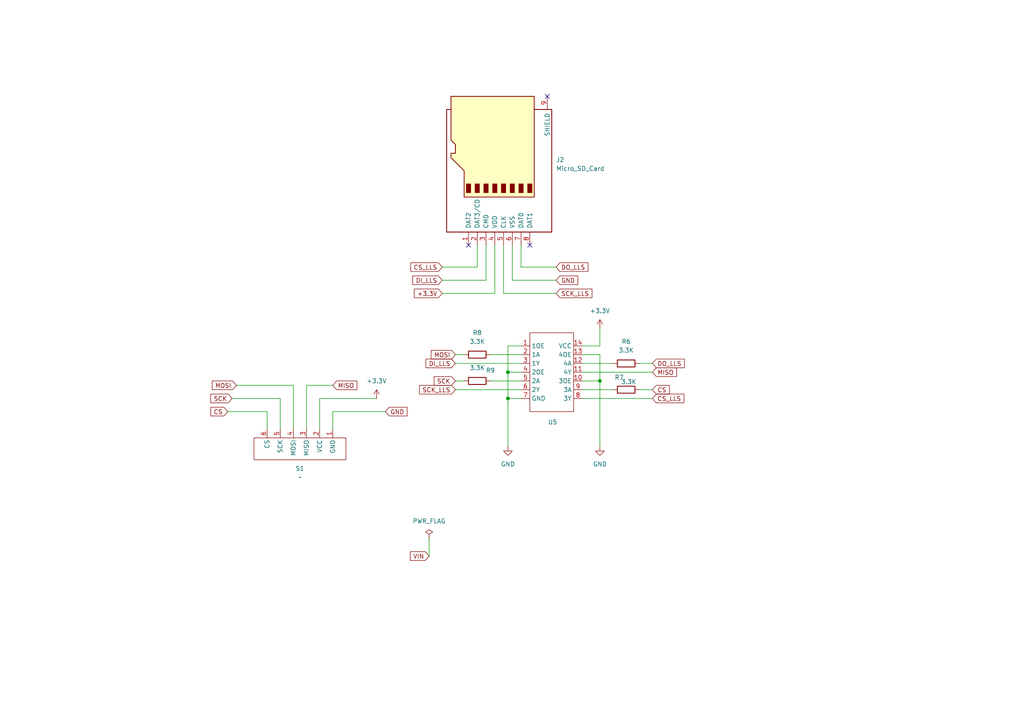
<source format=kicad_sch>
(kicad_sch (version 20250114) (generator "eeschema") (generator_version "9.0")
  (paper "A4")
  (lib_symbols
    (symbol "Connector:Micro_SD_Card" (pin_names (offset 1.016))
      (property "Reference" "J" (at -16.51 15.24 0))
      (property "Value" "Micro_SD_Card" (at 16.51 15.24 0))
      (symbol "Micro_SD_Card_0_1"
        (polyline (pts (xy -8.89 -11.43) (xy -8.89 8.89) (xy -1.27 8.89) (xy 2.54 12.7) (xy 3.81 12.7) (xy 3.81 11.43) (xy 6.35 11.43) (xy 7.62 12.7) (xy 20.32 12.7) (xy 20.32 -11.43) (xy -8.89 -11.43)) (stroke (width 0.254)) (fill (type background)))
        (rectangle (start -7.62 8.255) (end -5.08 6.985) (fill (type outline)))
        (rectangle (start -7.62 5.715) (end -5.08 4.445) (fill (type outline)))
        (rectangle (start -7.62 3.175) (end -5.08 1.905) (fill (type outline)))
        (rectangle (start -7.62 0.635) (end -5.08 -0.635) (fill (type outline)))
        (rectangle (start -7.62 -1.905) (end -5.08 -3.175) (fill (type outline)))
        (rectangle (start -7.62 -4.445) (end -5.08 -5.715) (fill (type outline)))
        (rectangle (start -7.62 -6.985) (end -5.08 -8.255) (fill (type outline)))
        (rectangle (start -7.62 -9.525) (end -5.08 -10.795) (fill (type outline)))
        (polyline (pts (xy 16.51 12.7) (xy 16.51 13.97) (xy -19.05 13.97) (xy -19.05 -16.51) (xy 16.51 -16.51) (xy 16.51 -11.43)) (stroke (width 0.254)))
      )
      (symbol "Micro_SD_Card_1_1"
        (pin bidirectional line (at -22.86 7.62 0) (length 3.81) (name "DAT2") (number "1"))
        (pin bidirectional line (at -22.86 5.08 0) (length 3.81) (name "DAT3/CD") (number "2"))
        (pin input line (at -22.86 2.54 0) (length 3.81) (name "CMD") (number "3"))
        (pin power_in line (at -22.86 0 0) (length 3.81) (name "VDD") (number "4"))
        (pin input line (at -22.86 -2.54 0) (length 3.81) (name "CLK") (number "5"))
        (pin power_in line (at -22.86 -5.08 0) (length 3.81) (name "VSS") (number "6"))
        (pin bidirectional line (at -22.86 -7.62 0) (length 3.81) (name "DAT0") (number "7"))
        (pin bidirectional line (at -22.86 -10.16 0) (length 3.81) (name "DAT1") (number "8"))
        (pin passive line (at 20.32 -15.24 180) (length 3.81) (name "SHIELD") (number "9"))
      )
    )
    (symbol "Device:R" (pin_numbers (hide yes)) (pin_names (offset 0))
      (property "Reference" "R" (at 2.032 0 90))
      (property "Value" "R" (at 0 0 90))
      (symbol "R_0_1"
        (rectangle (start -1.016 -2.54) (end 1.016 2.54) (stroke (width 0.254)))
      )
      (symbol "R_1_1"
        (pin passive line (at 0 3.81 270) (length 1.27) (name "~") (number "1"))
        (pin passive line (at 0 -3.81 90) (length 1.27) (name "~") (number "2"))
      )
    )
    (symbol "air_sens_lib:SD_GPIO"
      (property "Reference" "S" (at 0 0 0))
      (symbol "SD_GPIO_0_1"
        (rectangle (start -8.89 3.81) (end 17.78 -2.54))
      )
      (symbol "SD_GPIO_1_1"
        (pin passive line (at -5.08 6.35 270) (length 2.54) (name "CS") (number "6"))
        (pin passive line (at -1.27 6.35 270) (length 2.54) (name "SCK") (number "5"))
        (pin passive line (at 2.54 6.35 270) (length 2.54) (name "MOSI") (number "4"))
        (pin passive line (at 6.35 6.35 270) (length 2.54) (name "MISO") (number "3"))
        (pin power_in line (at 10.16 6.35 270) (length 2.54) (name "VCC") (number "2"))
        (pin power_in line (at 13.97 6.35 270) (length 2.54) (name "GND") (number "1"))
      )
    )
    (symbol "air_sens_lib:SN74LVC125"
      (property "Reference" "U" (at 2.286 0 0))
      (symbol "SN74LVC125_0_1"
        (rectangle (start -3.81 25.4) (end 8.89 2.54))
      )
      (symbol "SN74LVC125_1_1"
        (pin input line (at -6.35 21.59 0) (length 2.54) (name "1OE") (number "1"))
        (pin input line (at -6.35 19.05 0) (length 2.54) (name "1A") (number "2"))
        (pin output line (at -6.35 16.51 0) (length 2.54) (name "1Y") (number "3"))
        (pin input line (at -6.35 13.97 0) (length 2.54) (name "2OE") (number "4"))
        (pin input line (at -6.35 11.43 0) (length 2.54) (name "2A") (number "5"))
        (pin output line (at -6.35 8.89 0) (length 2.54) (name "2Y") (number "6"))
        (pin power_in line (at -6.35 6.35 0) (length 2.54) (name "GND") (number "7"))
        (pin power_in line (at 11.43 21.59 180) (length 2.54) (name "VCC") (number "14"))
        (pin input line (at 11.43 19.05 180) (length 2.54) (name "4OE") (number "13"))
        (pin input line (at 11.43 16.51 180) (length 2.54) (name "4A") (number "12"))
        (pin output line (at 11.43 13.97 180) (length 2.54) (name "4Y") (number "11"))
        (pin input line (at 11.43 11.43 180) (length 2.54) (name "3OE") (number "10"))
        (pin input line (at 11.43 8.89 180) (length 2.54) (name "3A") (number "9"))
        (pin output line (at 11.43 6.35 180) (length 2.54) (name "3Y") (number "8"))
      )
    )
    (symbol "power:+3.3V" (power) (pin_numbers (hide yes)) (pin_names (offset 0) (hide yes))
      (property "Value" "+3.3V" (at 0 3.556 0))
      (symbol "+3.3V_0_1"
        (polyline (pts (xy -0.762 1.27) (xy 0 2.54)))
        (polyline (pts (xy 0 2.54) (xy 0.762 1.27)))
        (polyline (pts (xy 0 0) (xy 0 2.54)))
      )
      (symbol "+3.3V_1_1"
        (pin power_in line (at 0 0 90) (length 0) (name "~") (number "1"))
      )
    )
    (symbol "power:GND" (power) (pin_numbers (hide yes)) (pin_names (offset 0) (hide yes))
      (property "Value" "GND" (at 0 -3.81 0))
      (symbol "GND_0_1"
        (polyline (pts (xy 0 0) (xy 0 -1.27) (xy 1.27 -1.27) (xy 0 -2.54) (xy -1.27 -1.27) (xy 0 -1.27)))
      )
      (symbol "GND_1_1"
        (pin power_in line (at 0 0 270) (length 0) (name "~") (number "1"))
      )
    )
    (symbol "power:PWR_FLAG" (power) (pin_numbers (hide yes)) (pin_names (offset 0) (hide yes))
      (property "Value" "PWR_FLAG" (at 0 3.81 0))
      (symbol "PWR_FLAG_0_0"
        (pin power_out line (at 0 0 90) (length 0) (name "~") (number "1"))
      )
      (symbol "PWR_FLAG_0_1"
        (polyline (pts (xy 0 0) (xy 0 1.27) (xy -1.016 1.905) (xy 0 2.54) (xy 1.016 1.905) (xy 0 1.27)))
      )
    )
  )
  (junction (at 147.32 115.57))
  (junction (at 147.32 107.95))
  (junction (at 173.99 110.49))
  (no_connect (at 153.67 71.12))
  (no_connect (at 135.89 71.12))
  (no_connect (at 158.75 27.94))
  (wire (pts (xy 124.46 156.21) (xy 124.46 161.29)))
  (wire (pts (xy 77.47 124.46) (xy 77.47 119.38)))
  (wire (pts (xy 88.9 124.46) (xy 88.9 111.76)))
  (wire (pts (xy 147.32 115.57) (xy 151.13 115.57)))
  (wire (pts (xy 132.08 110.49) (xy 134.62 110.49)))
  (wire (pts (xy 88.9 111.76) (xy 96.52 111.76)))
  (wire (pts (xy 132.08 102.87) (xy 134.62 102.87)))
  (wire (pts (xy 148.59 71.12) (xy 148.59 81.28)))
  (wire (pts (xy 142.24 110.49) (xy 151.13 110.49)))
  (wire (pts (xy 146.05 85.09) (xy 161.29 85.09)))
  (wire (pts (xy 128.27 81.28) (xy 140.97 81.28)))
  (wire (pts (xy 168.91 102.87) (xy 173.99 102.87)))
  (wire (pts (xy 151.13 71.12) (xy 151.13 77.47)))
  (wire (pts (xy 168.91 113.03) (xy 177.8 113.03)))
  (wire (pts (xy 92.71 124.46) (xy 92.71 115.57)))
  (wire (pts (xy 146.05 71.12) (xy 146.05 85.09)))
  (wire (pts (xy 132.08 105.41) (xy 151.13 105.41)))
  (wire (pts (xy 132.08 113.03) (xy 151.13 113.03)))
  (wire (pts (xy 128.27 77.47) (xy 138.43 77.47)))
  (wire (pts (xy 147.32 100.33) (xy 147.32 107.95)))
  (wire (pts (xy 147.32 115.57) (xy 147.32 129.54)))
  (wire (pts (xy 173.99 102.87) (xy 173.99 110.49)))
  (wire (pts (xy 168.91 105.41) (xy 177.8 105.41)))
  (wire (pts (xy 128.27 85.09) (xy 143.51 85.09)))
  (wire (pts (xy 92.71 115.57) (xy 109.22 115.57)))
  (wire (pts (xy 96.52 119.38) (xy 111.76 119.38)))
  (wire (pts (xy 168.91 110.49) (xy 173.99 110.49)))
  (wire (pts (xy 81.28 124.46) (xy 81.28 115.57)))
  (wire (pts (xy 173.99 110.49) (xy 173.99 129.54)))
  (wire (pts (xy 143.51 71.12) (xy 143.51 85.09)))
  (wire (pts (xy 147.32 107.95) (xy 147.32 115.57)))
  (wire (pts (xy 96.52 124.46) (xy 96.52 119.38)))
  (wire (pts (xy 168.91 100.33) (xy 173.99 100.33)))
  (wire (pts (xy 168.91 107.95) (xy 189.23 107.95)))
  (wire (pts (xy 66.04 119.38) (xy 77.47 119.38)))
  (wire (pts (xy 151.13 77.47) (xy 161.29 77.47)))
  (wire (pts (xy 140.97 71.12) (xy 140.97 81.28)))
  (wire (pts (xy 168.91 115.57) (xy 189.23 115.57)))
  (wire (pts (xy 147.32 107.95) (xy 151.13 107.95)))
  (wire (pts (xy 151.13 100.33) (xy 147.32 100.33)))
  (wire (pts (xy 67.31 115.57) (xy 81.28 115.57)))
  (wire (pts (xy 173.99 95.25) (xy 173.99 100.33)))
  (wire (pts (xy 142.24 102.87) (xy 151.13 102.87)))
  (wire (pts (xy 148.59 81.28) (xy 161.29 81.28)))
  (wire (pts (xy 185.42 105.41) (xy 189.23 105.41)))
  (wire (pts (xy 68.58 111.76) (xy 85.09 111.76)))
  (wire (pts (xy 138.43 71.12) (xy 138.43 77.47)))
  (wire (pts (xy 85.09 124.46) (xy 85.09 111.76)))
  (wire (pts (xy 185.42 113.03) (xy 189.23 113.03)))
  (global_label "DO_LLS" (shape input) (at 189.23 105.41 0) (property "Intersheetrefs" "${INTERSHEET_REFS}" (effects (hide yes))))
  (global_label "MISO" (shape input) (at 96.52 111.76 0) (property "Intersheetrefs" "${INTERSHEET_REFS}" (effects (hide yes))))
  (global_label "SCK" (shape input) (at 67.31 115.57 180) (property "Intersheetrefs" "${INTERSHEET_REFS}" (effects (hide yes))))
  (global_label "MISO" (shape input) (at 189.23 107.95 0) (property "Intersheetrefs" "${INTERSHEET_REFS}" (effects (hide yes))))
  (global_label "DI_LLS" (shape input) (at 132.08 105.41 180) (property "Intersheetrefs" "${INTERSHEET_REFS}" (effects (hide yes))))
  (global_label "SCK" (shape input) (at 132.08 110.49 180) (property "Intersheetrefs" "${INTERSHEET_REFS}" (effects (hide yes))))
  (global_label "GND" (shape input) (at 161.29 81.28 0) (property "Intersheetrefs" "${INTERSHEET_REFS}" (effects (hide yes))))
  (global_label "MOSI" (shape input) (at 68.58 111.76 180) (property "Intersheetrefs" "${INTERSHEET_REFS}" (effects (hide yes))))
  (global_label "GND" (shape input) (at 111.76 119.38 0) (property "Intersheetrefs" "${INTERSHEET_REFS}" (effects (hide yes))))
  (global_label "CS_LLS" (shape input) (at 189.23 115.57 0) (property "Intersheetrefs" "${INTERSHEET_REFS}" (effects (hide yes))))
  (global_label "SCK_LLS" (shape input) (at 161.29 85.09 0) (property "Intersheetrefs" "${INTERSHEET_REFS}" (effects (hide yes))))
  (global_label "DO_LLS" (shape input) (at 161.29 77.47 0) (property "Intersheetrefs" "${INTERSHEET_REFS}" (effects (hide yes))))
  (global_label "MOSI" (shape input) (at 132.08 102.87 180) (property "Intersheetrefs" "${INTERSHEET_REFS}" (effects (hide yes))))
  (global_label "CS_LLS" (shape input) (at 128.27 77.47 180) (property "Intersheetrefs" "${INTERSHEET_REFS}" (effects (hide yes))))
  (global_label "SCK_LLS" (shape input) (at 132.08 113.03 180) (property "Intersheetrefs" "${INTERSHEET_REFS}" (effects (hide yes))))
  (global_label "CS" (shape input) (at 189.23 113.03 0) (property "Intersheetrefs" "${INTERSHEET_REFS}" (effects (hide yes))))
  (global_label "CS" (shape input) (at 66.04 119.38 180) (property "Intersheetrefs" "${INTERSHEET_REFS}" (effects (hide yes))))
  (global_label "VIN" (shape input) (at 124.46 161.29 180) (property "Intersheetrefs" "${INTERSHEET_REFS}" (effects (hide yes))))
  (global_label "+3.3V" (shape input) (at 128.27 85.09 180) (property "Intersheetrefs" "${INTERSHEET_REFS}" (effects (hide yes))))
  (global_label "DI_LLS" (shape input) (at 128.27 81.28 180) (property "Intersheetrefs" "${INTERSHEET_REFS}" (effects (hide yes))))
  (symbol (lib_id "Device:R") (at 138.43 102.87 270) (unit 1)
    (property "Reference" "R8" (at 138.43 96.52 90))
    (property "Value" "3.3K" (at 138.43 99.06 90))
    (property "Description" "Resistor" (effects (hide yes)))
  )
  (symbol (lib_id "power:GND") (at 147.32 129.54 0) (unit 1)
    (property "Reference" "#PWR020" (effects (hide yes)))
    (property "Value" "GND" (at 147.32 134.62 0))
    (property "Description" "Power symbol creates a global label with name \"GND\" , ground" (effects (hide yes)))
  )
  (symbol (lib_id "Device:R") (at 181.61 105.41 270) (unit 1)
    (property "Reference" "R6" (at 181.61 99.06 90))
    (property "Value" "3.3K" (at 181.61 101.6 90))
    (property "Description" "Resistor" (effects (hide yes)))
  )
  (symbol (lib_id "air_sens_lib:SN74LVC125") (at 157.48 121.92 0) (unit 1)
    (property "Reference" "U5" (at 160.274 122.428 0))
  )
  (symbol (lib_id "Device:R") (at 138.43 110.49 270) (unit 1)
    (property "Reference" "R9" (at 142.24 107.442 90))
    (property "Value" "3.3K" (at 138.43 106.68 90))
    (property "Description" "Resistor" (effects (hide yes)))
  )
  (symbol (lib_id "Connector:Micro_SD_Card") (at 143.51 48.26 90) (unit 1)
    (property "Reference" "J2" (at 161.29 46.3549 90) (effects (justify right)))
    (property "Value" "Micro_SD_Card" (at 161.29 48.8949 90) (effects (justify right)))
    (property "Datasheet" "https://www.we-online.com/components/products/datasheet/693072010801.pdf" (effects (hide yes)))
    (property "Description" "Micro SD Card Socket" (effects (hide yes)))
  )
  (symbol (lib_id "power:+3.3V") (at 109.22 115.57 0) (unit 1)
    (property "Reference" "#PWR019" (effects (hide yes)))
    (property "Value" "+3.3V" (at 109.22 110.49 0))
    (property "Description" "Power symbol creates a global label with name \"+3.3V\"" (effects (hide yes)))
  )
  (symbol (lib_id "power:GND") (at 173.99 129.54 0) (unit 1)
    (property "Reference" "#PWR021" (effects (hide yes)))
    (property "Value" "GND" (at 173.99 134.62 0))
    (property "Description" "Power symbol creates a global label with name \"GND\" , ground" (effects (hide yes)))
  )
  (symbol (lib_id "power:+3.3V") (at 173.99 95.25 0) (unit 1)
    (property "Reference" "#PWR044" (effects (hide yes)))
    (property "Value" "+3.3V" (at 173.99 90.17 0))
    (property "Description" "Power symbol creates a global label with name \"+3.3V\"" (effects (hide yes)))
  )
  (symbol (lib_id "power:PWR_FLAG") (at 124.46 156.21 0) (unit 1)
    (property "Reference" "#FLG03" (effects (hide yes)))
    (property "Value" "PWR_FLAG" (at 124.46 151.13 0))
    (property "Description" "Special symbol for telling ERC where power comes from" (effects (hide yes)))
  )
  (symbol (lib_id "Device:R") (at 181.61 113.03 270) (unit 1)
    (property "Reference" "R7" (at 179.578 109.474 90))
    (property "Value" "3.3K" (at 182.372 110.744 90))
    (property "Description" "Resistor" (effects (hide yes)))
  )
  (symbol (lib_id "air_sens_lib:SD_GPIO") (at 82.55 130.81 0) (unit 1)
    (property "Reference" "S1" (at 86.995 135.89 0))
    (property "Value" "~" (at 86.995 138.43 0))
  )
)
</source>
